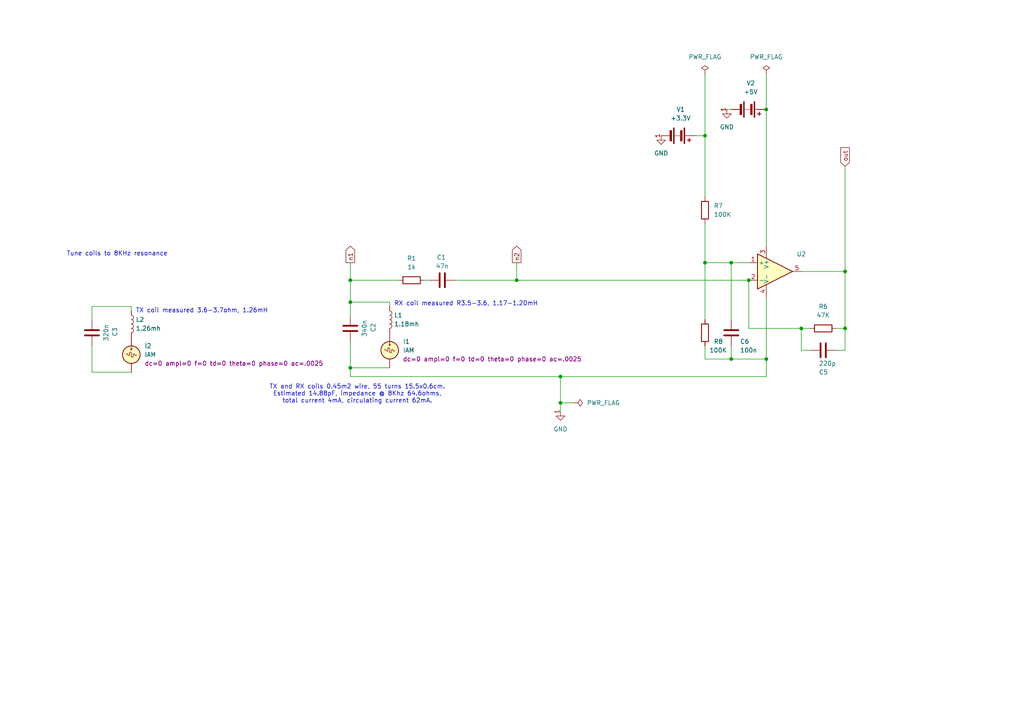
<source format=kicad_sch>
(kicad_sch (version 20231120) (generator "eeschema") (generator_version "8.0")
  (paper "A4")
  (lib_symbols
    (symbol "Device:Battery" (pin_numbers hide) (pin_names (offset 0) hide)
      (property "Reference" "BT" (at 2.54 2.54 0))
      (property "Value" "Battery" (at 2.54 0 0))
      (symbol "Battery_0_1"
        (rectangle (start -2.286 -1.27) (end 2.286 -1.524) (fill (type outline)))
        (rectangle (start -2.286 1.778) (end 2.286 1.524) (fill (type outline)))
        (rectangle (start -1.524 -2.032) (end 1.524 -2.54) (fill (type outline)))
        (rectangle (start -1.524 1.016) (end 1.524 0.508) (fill (type outline)))
        (polyline (pts (xy 0 -1.016) (xy 0 -0.762)))
        (polyline (pts (xy 0 -0.508) (xy 0 -0.254)))
        (polyline (pts (xy 0 0) (xy 0 0.254)))
        (polyline (pts (xy 0 1.778) (xy 0 2.54)))
        (polyline (pts (xy 0.762 3.048) (xy 1.778 3.048)) (stroke (width 0.254)))
        (polyline (pts (xy 1.27 3.556) (xy 1.27 2.54)) (stroke (width 0.254)))
      )
      (symbol "Battery_1_1"
        (pin passive line (at 0 5.08 270) (length 2.54) (name "+") (number "1"))
        (pin passive line (at 0 -5.08 90) (length 2.54) (name "-") (number "2"))
      )
    )
    (symbol "Device:C" (pin_numbers hide) (pin_names (offset 0.254))
      (property "Reference" "C" (at 0.635 2.54 0))
      (property "Value" "C" (at 0.635 -2.54 0))
      (symbol "C_0_1"
        (polyline (pts (xy -2.032 -0.762) (xy 2.032 -0.762)) (stroke (width 0.508)))
        (polyline (pts (xy -2.032 0.762) (xy 2.032 0.762)) (stroke (width 0.508)))
      )
      (symbol "C_1_1"
        (pin passive line (at 0 3.81 270) (length 2.794) (name "~") (number "1"))
        (pin passive line (at 0 -3.81 90) (length 2.794) (name "~") (number "2"))
      )
    )
    (symbol "Device:L" (pin_numbers hide) (pin_names (offset 1.016) hide)
      (property "Reference" "L" (at -1.27 0 90))
      (property "Value" "L" (at 1.905 0 90))
      (symbol "L_0_1"
        (arc (start 0 -2.54) (mid 0.6323 -1.905) (end 0 -1.27))
        (arc (start 0 -1.27) (mid 0.6323 -0.635) (end 0 0))
        (arc (start 0 0) (mid 0.6323 0.635) (end 0 1.27))
        (arc (start 0 1.27) (mid 0.6323 1.905) (end 0 2.54))
      )
      (symbol "L_1_1"
        (pin passive line (at 0 3.81 270) (length 1.27) (name "1") (number "1"))
        (pin passive line (at 0 -3.81 90) (length 1.27) (name "2") (number "2"))
      )
    )
    (symbol "Device:R" (pin_numbers hide) (pin_names (offset 0))
      (property "Reference" "R" (at 2.032 0 90))
      (property "Value" "R" (at 0 0 90))
      (symbol "R_0_1"
        (rectangle (start -1.016 -2.54) (end 1.016 2.54) (stroke (width 0.254)))
      )
      (symbol "R_1_1"
        (pin passive line (at 0 3.81 270) (length 1.27) (name "~") (number "1"))
        (pin passive line (at 0 -3.81 90) (length 1.27) (name "~") (number "2"))
      )
    )
    (symbol "GND_1" (power) (pin_names (offset 0))
      (property "Value" "GND" (at 0 -3.81 0))
      (symbol "GND_1_0_1"
        (polyline (pts (xy 0 0) (xy 0 -1.27) (xy 1.27 -1.27) (xy 0 -2.54) (xy -1.27 -1.27) (xy 0 -1.27)))
      )
      (symbol "GND_1_1_1"
        (pin power_in line (at 0 0 270) (length 0) (name "~") (number "1"))
      )
    )
    (symbol "Simulation_SPICE:IAM" (pin_numbers hide) (pin_names (offset 0.0254))
      (property "Reference" "I" (at 2.54 2.54 0))
      (property "Value" "IAM" (at 2.54 0 0))
      (property "Sim.Params" "type=\"I\" model=\"am(1 0 1k 100k 1n)\" lib=\"\"" (at 2.54 -2.54 0))
      (symbol "IAM_0_0"
        (arc (start 0 0.508) (mid -0.254 0.7609) (end -0.508 0.508))
      )
      (symbol "IAM_0_1"
        (arc (start -1.016 0) (mid -1.27 0.2529) (end -1.524 0))
        (arc (start -1.016 0) (mid -0.762 -0.2529) (end -0.508 0))
        (arc (start 0 -0.508) (mid 0.254 -0.7609) (end 0.508 -0.508))
        (polyline (pts (xy -0.508 0.508) (xy -0.508 0)))
        (polyline (pts (xy 0 0.508) (xy 0 -0.508)))
        (polyline (pts (xy 0 1.27) (xy 0 2.286)))
        (polyline (pts (xy 0.508 -0.508) (xy 0.508 0)))
        (polyline (pts (xy -0.254 1.778) (xy 0 1.27) (xy 0.254 1.778)))
        (circle (center 0 0) (radius 2.54) (stroke (width 0.254)) (fill (type background)))
        (arc (start 1.016 0) (mid 0.762 0.2529) (end 0.508 0))
        (arc (start 1.016 0) (mid 1.27 -0.2529) (end 1.524 0))
      )
      (symbol "IAM_1_1"
        (pin passive line (at 0 5.08 270) (length 2.54) (name "~") (number "1"))
        (pin passive line (at 0 -5.08 90) (length 2.54) (name "~") (number "2"))
      )
    )
    (symbol "Simulation_SPICE:OPAMP" (pin_names (offset 0.254))
      (property "Reference" "U" (at 3.81 3.175 0))
      (property "Value" "${SIM.PARAMS}" (at 3.81 -3.175 0))
      (symbol "OPAMP_0_1"
        (polyline (pts (xy 5.08 0) (xy -5.08 5.08) (xy -5.08 -5.08) (xy 5.08 0)) (stroke (width 0.254)) (fill (type background)))
      )
      (symbol "OPAMP_1_1"
        (pin input line (at -7.62 2.54 0) (length 2.54) (name "+") (number "1"))
        (pin input line (at -7.62 -2.54 0) (length 2.54) (name "-") (number "2"))
        (pin power_in line (at -2.54 7.62 270) (length 3.81) (name "V+") (number "3"))
        (pin power_in line (at -2.54 -7.62 90) (length 3.81) (name "V-") (number "4"))
        (pin output line (at 7.62 0 180) (length 2.54) (name "~") (number "5"))
      )
    )
    (symbol "power:PWR_FLAG" (power) (pin_numbers hide) (pin_names (offset 0) hide)
      (property "Value" "PWR_FLAG" (at 0 3.81 0))
      (symbol "PWR_FLAG_0_0"
        (pin power_out line (at 0 0 90) (length 0) (name "~") (number "1"))
      )
      (symbol "PWR_FLAG_0_1"
        (polyline (pts (xy 0 0) (xy 0 1.27) (xy -1.016 1.905) (xy 0 2.54) (xy 1.016 1.905) (xy 0 1.27)))
      )
    )
  )
  (junction (at 162.56 116.84))
  (junction (at 204.47 76.2))
  (junction (at 101.6 87.63))
  (junction (at 245.11 95.25))
  (junction (at 101.6 106.68))
  (junction (at 101.6 81.28))
  (junction (at 222.25 104.14))
  (junction (at 212.09 76.2))
  (junction (at 204.47 39.37))
  (junction (at 212.09 104.14))
  (junction (at 232.41 95.25))
  (junction (at 217.17 81.28))
  (junction (at 222.25 31.75))
  (junction (at 149.86 81.28))
  (junction (at 245.11 78.74))
  (junction (at 162.56 109.22))
  (wire (pts (xy 204.47 104.14) (xy 212.09 104.14)))
  (wire (pts (xy 38.1 88.9) (xy 26.67 88.9)))
  (wire (pts (xy 204.47 64.77) (xy 204.47 76.2)))
  (wire (pts (xy 210.82 31.75) (xy 212.09 31.75)))
  (wire (pts (xy 217.17 81.28) (xy 217.17 95.25)))
  (wire (pts (xy 222.25 86.36) (xy 222.25 104.14)))
  (wire (pts (xy 245.11 78.74) (xy 245.11 95.25)))
  (wire (pts (xy 204.47 76.2) (xy 212.09 76.2)))
  (wire (pts (xy 245.11 101.6) (xy 242.57 101.6)))
  (wire (pts (xy 113.03 87.63) (xy 101.6 87.63)))
  (wire (pts (xy 245.11 48.26) (xy 245.11 78.74)))
  (wire (pts (xy 38.1 90.17) (xy 38.1 88.9)))
  (wire (pts (xy 232.41 101.6) (xy 234.95 101.6)))
  (wire (pts (xy 222.25 21.59) (xy 222.25 31.75)))
  (wire (pts (xy 101.6 76.2) (xy 101.6 81.28)))
  (wire (pts (xy 101.6 99.06) (xy 101.6 106.68)))
  (wire (pts (xy 113.03 88.9) (xy 113.03 87.63)))
  (wire (pts (xy 217.17 95.25) (xy 232.41 95.25)))
  (wire (pts (xy 166.37 116.84) (xy 162.56 116.84)))
  (wire (pts (xy 101.6 81.28) (xy 101.6 87.63)))
  (wire (pts (xy 204.47 100.33) (xy 204.47 104.14)))
  (wire (pts (xy 245.11 95.25) (xy 242.57 95.25)))
  (wire (pts (xy 232.41 95.25) (xy 232.41 101.6)))
  (wire (pts (xy 212.09 76.2) (xy 217.17 76.2)))
  (wire (pts (xy 204.47 76.2) (xy 204.47 92.71)))
  (wire (pts (xy 212.09 104.14) (xy 222.25 104.14)))
  (wire (pts (xy 162.56 116.84) (xy 162.56 109.22)))
  (wire (pts (xy 101.6 106.68) (xy 101.6 109.22)))
  (wire (pts (xy 204.47 21.59) (xy 204.47 39.37)))
  (wire (pts (xy 149.86 81.28) (xy 217.17 81.28)))
  (wire (pts (xy 113.03 106.68) (xy 101.6 106.68)))
  (wire (pts (xy 212.09 100.33) (xy 212.09 104.14)))
  (wire (pts (xy 204.47 39.37) (xy 204.47 57.15)))
  (wire (pts (xy 232.41 95.25) (xy 234.95 95.25)))
  (wire (pts (xy 101.6 109.22) (xy 162.56 109.22)))
  (wire (pts (xy 101.6 87.63) (xy 101.6 91.44)))
  (wire (pts (xy 222.25 109.22) (xy 222.25 104.14)))
  (wire (pts (xy 245.11 78.74) (xy 232.41 78.74)))
  (wire (pts (xy 204.47 39.37) (xy 201.93 39.37)))
  (wire (pts (xy 26.67 100.33) (xy 26.67 107.95)))
  (wire (pts (xy 222.25 31.75) (xy 222.25 71.12)))
  (wire (pts (xy 124.46 81.28) (xy 123.19 81.28)))
  (wire (pts (xy 245.11 95.25) (xy 245.11 101.6)))
  (wire (pts (xy 38.1 107.95) (xy 26.67 107.95)))
  (wire (pts (xy 132.08 81.28) (xy 149.86 81.28)))
  (wire (pts (xy 162.56 116.84) (xy 162.56 119.38)))
  (wire (pts (xy 101.6 81.28) (xy 115.57 81.28)))
  (wire (pts (xy 212.09 76.2) (xy 212.09 92.71)))
  (wire (pts (xy 26.67 88.9) (xy 26.67 92.71)))
  (wire (pts (xy 149.86 76.2) (xy 149.86 81.28)))
  (wire (pts (xy 162.56 109.22) (xy 222.25 109.22)))
  (text "RX coil measured R3.5-3.6, 1.17-1.20mH" (at 114.3 88.138 0) (effects (font (size 1.27 1.27)) (justify left)))
  (text "TX and RX coils 0.45m2 wire, 55 turns 15.5x0.6cm.\nEstimated 14.88pF, impedance @ 8Khz 64.6ohms,\ntotal current 4mA, circulating current 62mA." (at 103.632 114.3 0) (effects (font (size 1.27 1.27))))
  (text "TX coil measured 3.6-3.7ohm, 1.26mH" (at 39.37 90.17 0) (effects (font (size 1.27 1.27)) (justify left)))
  (text "Tune coils to 8KHz resonance" (at 19.304 73.66 0) (effects (font (size 1.27 1.27)) (justify left)))
  (global_label "n1" (shape output) (at 101.6 76.2 90) (property "Intersheetrefs" "${INTERSHEET_REFS}" (effects (hide yes))))
  (global_label "n2" (shape output) (at 149.86 76.2 90) (property "Intersheetrefs" "${INTERSHEET_REFS}" (effects (hide yes))))
  (global_label "out" (shape input) (at 245.11 48.26 90) (property "Intersheetrefs" "${INTERSHEET_REFS}" (effects (hide yes))))
  (symbol (lib_id "Device:R") (at 119.38 81.28 270) (unit 1)
    (property "Reference" "R1" (at 119.38 74.93 90))
    (property "Value" "1k" (at 119.38 77.47 90))
  )
  (symbol (lib_id "Device:Battery") (at 196.85 39.37 270) (unit 1)
    (property "Reference" "V1" (at 197.4215 31.75 90))
    (property "Value" "+3.3V" (at 197.4215 34.29 90))
    (property "Description" "Multiple-cell battery" (effects (hide yes)))
  )
  (symbol (lib_name "GND_1") (lib_id "power:GND") (at 210.82 31.75 0) (unit 1)
    (property "Reference" "#PWR02" (effects (hide yes)))
    (property "Value" "GND" (at 210.82 36.83 0))
    (property "Description" "Power symbol creates a global label with name \"GND\" , ground" (effects (hide yes)))
  )
  (symbol (lib_id "Device:R") (at 204.47 96.52 0) (unit 1)
    (property "Reference" "R8" (at 207.01 99.06 0) (effects (justify left)))
    (property "Value" "100K" (at 205.74 101.6 0) (effects (justify left)))
  )
  (symbol (lib_name "GND_1") (lib_id "power:GND") (at 191.77 39.37 0) (unit 1)
    (property "Reference" "#PWR01" (effects (hide yes)))
    (property "Value" "GND" (at 191.77 44.45 0))
    (property "Description" "Power symbol creates a global label with name \"GND\" , ground" (effects (hide yes)))
  )
  (symbol (lib_id "Device:C") (at 212.09 96.52 0) (unit 1)
    (property "Reference" "C6" (at 214.63 99.06 0) (effects (justify left)))
    (property "Value" "100n" (at 214.63 101.6 0) (effects (justify left)))
  )
  (symbol (lib_id "power:PWR_FLAG") (at 166.37 116.84 270) (unit 1)
    (property "Reference" "#FLG03" (effects (hide yes)))
    (property "Value" "PWR_FLAG" (at 170.18 116.8399 90) (effects (justify left)))
    (property "Description" "Special symbol for telling ERC where power comes from" (effects (hide yes)))
  )
  (symbol (lib_id "Device:C") (at 101.6 95.25 0) (unit 1)
    (property "Reference" "C2" (at 108.966 94.996 90) (effects (justify bottom)))
    (property "Value" "340n" (at 106.426 95.25 90) (effects (justify bottom)))
  )
  (symbol (lib_id "Device:C") (at 238.76 101.6 270) (unit 1)
    (property "Reference" "C5" (at 237.49 107.95 90) (effects (justify left)))
    (property "Value" "220p" (at 237.49 105.41 90) (effects (justify left)))
  )
  (symbol (lib_id "Device:Battery") (at 217.17 31.75 270) (unit 1)
    (property "Reference" "V2" (at 217.7415 24.13 90))
    (property "Value" "+5V" (at 217.7415 26.67 90))
    (property "Description" "Multiple-cell battery" (effects (hide yes)))
  )
  (symbol (lib_id "Device:C") (at 26.67 96.52 0) (unit 1) (exclude_from_sim yes)
    (property "Reference" "C3" (at 34.036 96.266 90) (effects (justify bottom)))
    (property "Value" "320n" (at 31.496 96.52 90) (effects (justify bottom)))
  )
  (symbol (lib_id "Device:L") (at 38.1 93.98 0) (unit 1) (exclude_from_sim yes)
    (property "Reference" "L2" (at 39.37 92.7099 0) (effects (justify left)))
    (property "Value" "1.26mh" (at 39.37 95.2499 0) (effects (justify left)))
    (property "Description" "Inductor" (effects (hide yes)))
  )
  (symbol (lib_id "Device:R") (at 238.76 95.25 270) (unit 1)
    (property "Reference" "R6" (at 238.76 88.9 90))
    (property "Value" "47K" (at 238.76 91.44 90))
  )
  (symbol (lib_id "Device:L") (at 113.03 92.71 0) (unit 1)
    (property "Reference" "L1" (at 114.3 91.4399 0) (effects (justify left)))
    (property "Value" "1.18mh" (at 114.3 93.9799 0) (effects (justify left)))
    (property "Description" "Inductor" (effects (hide yes)))
  )
  (symbol (lib_name "GND_1") (lib_id "power:GND") (at 162.56 119.38 0) (unit 1)
    (property "Reference" "#PWR06" (effects (hide yes)))
    (property "Value" "GND" (at 162.56 124.46 0))
    (property "Description" "Power symbol creates a global label with name \"GND\" , ground" (effects (hide yes)))
  )
  (symbol (lib_id "power:PWR_FLAG") (at 204.47 21.59 0) (unit 1)
    (property "Reference" "#FLG01" (effects (hide yes)))
    (property "Value" "PWR_FLAG" (at 204.47 16.51 0))
    (property "Description" "Special symbol for telling ERC where power comes from" (effects (hide yes)))
  )
  (symbol (lib_id "power:PWR_FLAG") (at 222.25 21.59 0) (unit 1)
    (property "Reference" "#FLG02" (effects (hide yes)))
    (property "Value" "PWR_FLAG" (at 222.25 16.51 0))
    (property "Description" "Special symbol for telling ERC where power comes from" (effects (hide yes)))
  )
  (symbol (lib_id "Device:R") (at 204.47 60.96 0) (unit 1)
    (property "Reference" "R7" (at 207.01 59.6899 0) (effects (justify left)))
    (property "Value" "100K" (at 207.01 62.2299 0) (effects (justify left)))
  )
  (symbol (lib_id "Simulation_SPICE:OPAMP") (at 224.79 78.74 0) (unit 1)
    (property "Reference" "U2" (at 232.41 73.6914 0))
    (property "Value" "${SIM.PARAMS}" (at 232.41 75.5965 0))
    (property "Datasheet" "https://ngspice.sourceforge.io/docs/ngspice-html-manual/manual.xhtml#sec__SUBCKT_Subcircuits" (effects (hide yes)))
    (property "Description" "Operational amplifier, single" (effects (hide yes)))
    (property "Sim.Pins" "1=in+ 2=in- 3=vcc 4=vee 5=out" (effects (hide yes)))
    (property "Sim.Device" "SUBCKT" (effects (hide yes)))
    (property "Sim.Library" "${KICAD8_SYMBOL_DIR}\\Simulation_SPICE.sp" (effects (hide yes)))
    (property "Sim.Name" "kicad_builtin_opamp" (effects (hide yes)))
  )
  (symbol (lib_id "Simulation_SPICE:IAM") (at 113.03 101.6 0) (unit 1)
    (property "Reference" "I1" (at 116.84 99.0599 0) (effects (justify left)))
    (property "Value" "IAM" (at 116.84 101.5999 0) (effects (justify left)))
    (property "Datasheet" "https://ngspice.sourceforge.io/docs/ngspice-html-manual/manual.xhtml#sec_Independent_Sources_for" (effects (hide yes)))
    (property "Description" "Current source, AM" (effects (hide yes)))
    (property "Sim.Pins" "1=+ 2=-" (effects (hide yes)))
    (property "Sim.Device" "V" (effects (hide yes)))
    (property "Sim.Params" "dc=0 ampl=0 f=0 td=0 theta=0 phase=0 ac=.0025" (at 116.84 104.1399 0) (effects (justify left)))
    (property "Sim.Type" "SIN" (effects (hide yes)))
  )
  (symbol (lib_id "Simulation_SPICE:IAM") (at 38.1 102.87 0) (unit 1) (exclude_from_sim yes)
    (property "Reference" "I2" (at 41.91 100.3299 0) (effects (justify left)))
    (property "Value" "IAM" (at 41.91 102.8699 0) (effects (justify left)))
    (property "Datasheet" "https://ngspice.sourceforge.io/docs/ngspice-html-manual/manual.xhtml#sec_Independent_Sources_for" (effects (hide yes)))
    (property "Description" "Current source, AM" (effects (hide yes)))
    (property "Sim.Pins" "1=+ 2=-" (effects (hide yes)))
    (property "Sim.Device" "V" (effects (hide yes)))
    (property "Sim.Params" "dc=0 ampl=0 f=0 td=0 theta=0 phase=0 ac=.0025" (at 41.91 105.4099 0) (effects (justify left)))
    (property "Sim.Type" "SIN" (effects (hide yes)))
  )
  (symbol (lib_id "Device:C") (at 128.27 81.28 90) (unit 1)
    (property "Reference" "C1" (at 128.016 73.914 90) (effects (justify bottom)))
    (property "Value" "47n" (at 128.27 76.454 90) (effects (justify bottom)))
  )
)
</source>
